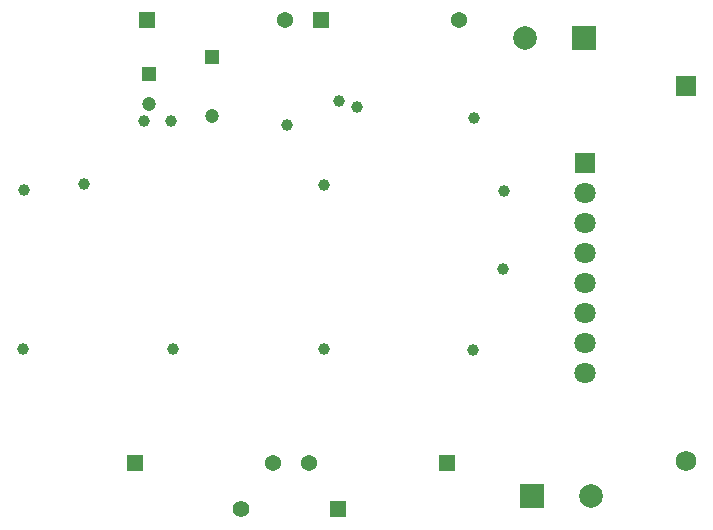
<source format=gbs>
G04*
G04 #@! TF.GenerationSoftware,Altium Limited,Altium Designer,23.0.1 (38)*
G04*
G04 Layer_Color=16711935*
%FSLAX25Y25*%
%MOIN*%
G70*
G04*
G04 #@! TF.SameCoordinates,BC8FEE28-448D-4E3F-B38E-86C11A945C97*
G04*
G04*
G04 #@! TF.FilePolarity,Negative*
G04*
G01*
G75*
%ADD20C,0.07119*%
%ADD21R,0.07119X0.07119*%
%ADD22C,0.04724*%
%ADD23R,0.04724X0.04724*%
%ADD24C,0.07887*%
%ADD25R,0.07887X0.07887*%
%ADD26R,0.05400X0.05400*%
%ADD27C,0.06800*%
%ADD28R,0.06800X0.06800*%
%ADD29C,0.05400*%
%ADD30R,0.05524X0.05524*%
%ADD31C,0.05524*%
%ADD32C,0.03950*%
D20*
X320500Y293000D02*
D03*
Y263000D02*
D03*
Y283000D02*
D03*
Y273000D02*
D03*
Y303000D02*
D03*
Y323000D02*
D03*
Y313000D02*
D03*
D21*
Y333000D02*
D03*
D22*
X175000Y352579D02*
D03*
X196000Y348657D02*
D03*
D23*
X175000Y362421D02*
D03*
X196000Y368342D02*
D03*
D24*
X300315Y374500D02*
D03*
X322500Y222000D02*
D03*
D25*
X302815D02*
D03*
X320000Y374500D02*
D03*
D26*
X274500Y233000D02*
D03*
X174500Y380500D02*
D03*
X232500D02*
D03*
X170500Y233000D02*
D03*
D27*
X354000Y233500D02*
D03*
D28*
Y358500D02*
D03*
D29*
X216500Y233000D02*
D03*
X228500D02*
D03*
X220500Y380500D02*
D03*
X278500D02*
D03*
D30*
X238142Y217500D02*
D03*
D31*
X205858D02*
D03*
D32*
X293500Y323500D02*
D03*
X293000Y297500D02*
D03*
X283500Y348000D02*
D03*
X182500Y347000D02*
D03*
X173500D02*
D03*
X133500Y324000D02*
D03*
X183000Y271000D02*
D03*
X133000D02*
D03*
X233256Y270756D02*
D03*
X283000Y270500D02*
D03*
X221000Y345500D02*
D03*
X238500Y353500D02*
D03*
X244500Y351500D02*
D03*
X233425Y325500D02*
D03*
X153339Y325925D02*
D03*
M02*

</source>
